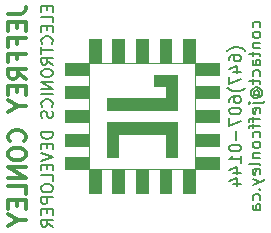
<source format=gbr>
%TF.GenerationSoftware,KiCad,Pcbnew,5.1.10*%
%TF.CreationDate,2021-10-11T19:57:22-04:00*%
%TF.ProjectId,6_key_macro,365f6b65-795f-46d6-9163-726f2e6b6963,rev?*%
%TF.SameCoordinates,Original*%
%TF.FileFunction,Legend,Bot*%
%TF.FilePolarity,Positive*%
%FSLAX46Y46*%
G04 Gerber Fmt 4.6, Leading zero omitted, Abs format (unit mm)*
G04 Created by KiCad (PCBNEW 5.1.10) date 2021-10-11 19:57:22*
%MOMM*%
%LPD*%
G01*
G04 APERTURE LIST*
%ADD10C,0.150000*%
%ADD11C,0.100000*%
%ADD12C,0.120000*%
%ADD13C,0.300000*%
G04 APERTURE END LIST*
D10*
X61428571Y-133190476D02*
X61428571Y-133523809D01*
X61952380Y-133666666D02*
X61952380Y-133190476D01*
X60952380Y-133190476D01*
X60952380Y-133666666D01*
X61952380Y-134571428D02*
X61952380Y-134095238D01*
X60952380Y-134095238D01*
X61428571Y-134904761D02*
X61428571Y-135238095D01*
X61952380Y-135380952D02*
X61952380Y-134904761D01*
X60952380Y-134904761D01*
X60952380Y-135380952D01*
X61857142Y-136380952D02*
X61904761Y-136333333D01*
X61952380Y-136190476D01*
X61952380Y-136095238D01*
X61904761Y-135952380D01*
X61809523Y-135857142D01*
X61714285Y-135809523D01*
X61523809Y-135761904D01*
X61380952Y-135761904D01*
X61190476Y-135809523D01*
X61095238Y-135857142D01*
X61000000Y-135952380D01*
X60952380Y-136095238D01*
X60952380Y-136190476D01*
X61000000Y-136333333D01*
X61047619Y-136380952D01*
X60952380Y-136666666D02*
X60952380Y-137238095D01*
X61952380Y-136952380D02*
X60952380Y-136952380D01*
X61952380Y-138142857D02*
X61476190Y-137809523D01*
X61952380Y-137571428D02*
X60952380Y-137571428D01*
X60952380Y-137952380D01*
X61000000Y-138047619D01*
X61047619Y-138095238D01*
X61142857Y-138142857D01*
X61285714Y-138142857D01*
X61380952Y-138095238D01*
X61428571Y-138047619D01*
X61476190Y-137952380D01*
X61476190Y-137571428D01*
X60952380Y-138761904D02*
X60952380Y-138952380D01*
X61000000Y-139047619D01*
X61095238Y-139142857D01*
X61285714Y-139190476D01*
X61619047Y-139190476D01*
X61809523Y-139142857D01*
X61904761Y-139047619D01*
X61952380Y-138952380D01*
X61952380Y-138761904D01*
X61904761Y-138666666D01*
X61809523Y-138571428D01*
X61619047Y-138523809D01*
X61285714Y-138523809D01*
X61095238Y-138571428D01*
X61000000Y-138666666D01*
X60952380Y-138761904D01*
X61952380Y-139619047D02*
X60952380Y-139619047D01*
X61952380Y-140190476D01*
X60952380Y-140190476D01*
X61952380Y-140666666D02*
X60952380Y-140666666D01*
X61857142Y-141714285D02*
X61904761Y-141666666D01*
X61952380Y-141523809D01*
X61952380Y-141428571D01*
X61904761Y-141285714D01*
X61809523Y-141190476D01*
X61714285Y-141142857D01*
X61523809Y-141095238D01*
X61380952Y-141095238D01*
X61190476Y-141142857D01*
X61095238Y-141190476D01*
X61000000Y-141285714D01*
X60952380Y-141428571D01*
X60952380Y-141523809D01*
X61000000Y-141666666D01*
X61047619Y-141714285D01*
X61904761Y-142095238D02*
X61952380Y-142238095D01*
X61952380Y-142476190D01*
X61904761Y-142571428D01*
X61857142Y-142619047D01*
X61761904Y-142666666D01*
X61666666Y-142666666D01*
X61571428Y-142619047D01*
X61523809Y-142571428D01*
X61476190Y-142476190D01*
X61428571Y-142285714D01*
X61380952Y-142190476D01*
X61333333Y-142142857D01*
X61238095Y-142095238D01*
X61142857Y-142095238D01*
X61047619Y-142142857D01*
X61000000Y-142190476D01*
X60952380Y-142285714D01*
X60952380Y-142523809D01*
X61000000Y-142666666D01*
X61952380Y-143857142D02*
X60952380Y-143857142D01*
X60952380Y-144095238D01*
X61000000Y-144238095D01*
X61095238Y-144333333D01*
X61190476Y-144380952D01*
X61380952Y-144428571D01*
X61523809Y-144428571D01*
X61714285Y-144380952D01*
X61809523Y-144333333D01*
X61904761Y-144238095D01*
X61952380Y-144095238D01*
X61952380Y-143857142D01*
X61428571Y-144857142D02*
X61428571Y-145190476D01*
X61952380Y-145333333D02*
X61952380Y-144857142D01*
X60952380Y-144857142D01*
X60952380Y-145333333D01*
X60952380Y-145619047D02*
X61952380Y-145952380D01*
X60952380Y-146285714D01*
X61428571Y-146619047D02*
X61428571Y-146952380D01*
X61952380Y-147095238D02*
X61952380Y-146619047D01*
X60952380Y-146619047D01*
X60952380Y-147095238D01*
X61952380Y-148000000D02*
X61952380Y-147523809D01*
X60952380Y-147523809D01*
X60952380Y-148523809D02*
X60952380Y-148714285D01*
X61000000Y-148809523D01*
X61095238Y-148904761D01*
X61285714Y-148952380D01*
X61619047Y-148952380D01*
X61809523Y-148904761D01*
X61904761Y-148809523D01*
X61952380Y-148714285D01*
X61952380Y-148523809D01*
X61904761Y-148428571D01*
X61809523Y-148333333D01*
X61619047Y-148285714D01*
X61285714Y-148285714D01*
X61095238Y-148333333D01*
X61000000Y-148428571D01*
X60952380Y-148523809D01*
X61952380Y-149380952D02*
X60952380Y-149380952D01*
X60952380Y-149761904D01*
X61000000Y-149857142D01*
X61047619Y-149904761D01*
X61142857Y-149952380D01*
X61285714Y-149952380D01*
X61380952Y-149904761D01*
X61428571Y-149857142D01*
X61476190Y-149761904D01*
X61476190Y-149380952D01*
X61428571Y-150380952D02*
X61428571Y-150714285D01*
X61952380Y-150857142D02*
X61952380Y-150380952D01*
X60952380Y-150380952D01*
X60952380Y-150857142D01*
X61952380Y-151857142D02*
X61476190Y-151523809D01*
X61952380Y-151285714D02*
X60952380Y-151285714D01*
X60952380Y-151666666D01*
X61000000Y-151761904D01*
X61047619Y-151809523D01*
X61142857Y-151857142D01*
X61285714Y-151857142D01*
X61380952Y-151809523D01*
X61428571Y-151761904D01*
X61476190Y-151666666D01*
X61476190Y-151285714D01*
X78258333Y-136976190D02*
X78210714Y-136928571D01*
X78067857Y-136833333D01*
X77972619Y-136785714D01*
X77829761Y-136738095D01*
X77591666Y-136690476D01*
X77401190Y-136690476D01*
X77163095Y-136738095D01*
X77020238Y-136785714D01*
X76925000Y-136833333D01*
X76782142Y-136928571D01*
X76734523Y-136976190D01*
X76877380Y-137785714D02*
X76877380Y-137595238D01*
X76925000Y-137500000D01*
X76972619Y-137452380D01*
X77115476Y-137357142D01*
X77305952Y-137309523D01*
X77686904Y-137309523D01*
X77782142Y-137357142D01*
X77829761Y-137404761D01*
X77877380Y-137500000D01*
X77877380Y-137690476D01*
X77829761Y-137785714D01*
X77782142Y-137833333D01*
X77686904Y-137880952D01*
X77448809Y-137880952D01*
X77353571Y-137833333D01*
X77305952Y-137785714D01*
X77258333Y-137690476D01*
X77258333Y-137500000D01*
X77305952Y-137404761D01*
X77353571Y-137357142D01*
X77448809Y-137309523D01*
X77210714Y-138738095D02*
X77877380Y-138738095D01*
X76829761Y-138500000D02*
X77544047Y-138261904D01*
X77544047Y-138880952D01*
X76877380Y-139166666D02*
X76877380Y-139833333D01*
X77877380Y-139404761D01*
X78258333Y-140119047D02*
X78210714Y-140166666D01*
X78067857Y-140261904D01*
X77972619Y-140309523D01*
X77829761Y-140357142D01*
X77591666Y-140404761D01*
X77401190Y-140404761D01*
X77163095Y-140357142D01*
X77020238Y-140309523D01*
X76925000Y-140261904D01*
X76782142Y-140166666D01*
X76734523Y-140119047D01*
X76877380Y-141309523D02*
X76877380Y-141119047D01*
X76925000Y-141023809D01*
X76972619Y-140976190D01*
X77115476Y-140880952D01*
X77305952Y-140833333D01*
X77686904Y-140833333D01*
X77782142Y-140880952D01*
X77829761Y-140928571D01*
X77877380Y-141023809D01*
X77877380Y-141214285D01*
X77829761Y-141309523D01*
X77782142Y-141357142D01*
X77686904Y-141404761D01*
X77448809Y-141404761D01*
X77353571Y-141357142D01*
X77305952Y-141309523D01*
X77258333Y-141214285D01*
X77258333Y-141023809D01*
X77305952Y-140928571D01*
X77353571Y-140880952D01*
X77448809Y-140833333D01*
X76877380Y-142023809D02*
X76877380Y-142119047D01*
X76925000Y-142214285D01*
X76972619Y-142261904D01*
X77067857Y-142309523D01*
X77258333Y-142357142D01*
X77496428Y-142357142D01*
X77686904Y-142309523D01*
X77782142Y-142261904D01*
X77829761Y-142214285D01*
X77877380Y-142119047D01*
X77877380Y-142023809D01*
X77829761Y-141928571D01*
X77782142Y-141880952D01*
X77686904Y-141833333D01*
X77496428Y-141785714D01*
X77258333Y-141785714D01*
X77067857Y-141833333D01*
X76972619Y-141880952D01*
X76925000Y-141928571D01*
X76877380Y-142023809D01*
X76877380Y-142690476D02*
X76877380Y-143357142D01*
X77877380Y-142928571D01*
X77496428Y-143738095D02*
X77496428Y-144500000D01*
X76877380Y-145166666D02*
X76877380Y-145261904D01*
X76925000Y-145357142D01*
X76972619Y-145404761D01*
X77067857Y-145452380D01*
X77258333Y-145500000D01*
X77496428Y-145500000D01*
X77686904Y-145452380D01*
X77782142Y-145404761D01*
X77829761Y-145357142D01*
X77877380Y-145261904D01*
X77877380Y-145166666D01*
X77829761Y-145071428D01*
X77782142Y-145023809D01*
X77686904Y-144976190D01*
X77496428Y-144928571D01*
X77258333Y-144928571D01*
X77067857Y-144976190D01*
X76972619Y-145023809D01*
X76925000Y-145071428D01*
X76877380Y-145166666D01*
X77877380Y-146452380D02*
X77877380Y-145880952D01*
X77877380Y-146166666D02*
X76877380Y-146166666D01*
X77020238Y-146071428D01*
X77115476Y-145976190D01*
X77163095Y-145880952D01*
X77210714Y-147309523D02*
X77877380Y-147309523D01*
X76829761Y-147071428D02*
X77544047Y-146833333D01*
X77544047Y-147452380D01*
X77210714Y-148261904D02*
X77877380Y-148261904D01*
X76829761Y-148023809D02*
X77544047Y-147785714D01*
X77544047Y-148404761D01*
X79479761Y-134976190D02*
X79527380Y-134880952D01*
X79527380Y-134690476D01*
X79479761Y-134595238D01*
X79432142Y-134547619D01*
X79336904Y-134500000D01*
X79051190Y-134500000D01*
X78955952Y-134547619D01*
X78908333Y-134595238D01*
X78860714Y-134690476D01*
X78860714Y-134880952D01*
X78908333Y-134976190D01*
X79527380Y-135547619D02*
X79479761Y-135452380D01*
X79432142Y-135404761D01*
X79336904Y-135357142D01*
X79051190Y-135357142D01*
X78955952Y-135404761D01*
X78908333Y-135452380D01*
X78860714Y-135547619D01*
X78860714Y-135690476D01*
X78908333Y-135785714D01*
X78955952Y-135833333D01*
X79051190Y-135880952D01*
X79336904Y-135880952D01*
X79432142Y-135833333D01*
X79479761Y-135785714D01*
X79527380Y-135690476D01*
X79527380Y-135547619D01*
X78860714Y-136309523D02*
X79527380Y-136309523D01*
X78955952Y-136309523D02*
X78908333Y-136357142D01*
X78860714Y-136452380D01*
X78860714Y-136595238D01*
X78908333Y-136690476D01*
X79003571Y-136738095D01*
X79527380Y-136738095D01*
X78860714Y-137071428D02*
X78860714Y-137452380D01*
X78527380Y-137214285D02*
X79384523Y-137214285D01*
X79479761Y-137261904D01*
X79527380Y-137357142D01*
X79527380Y-137452380D01*
X79527380Y-138214285D02*
X79003571Y-138214285D01*
X78908333Y-138166666D01*
X78860714Y-138071428D01*
X78860714Y-137880952D01*
X78908333Y-137785714D01*
X79479761Y-138214285D02*
X79527380Y-138119047D01*
X79527380Y-137880952D01*
X79479761Y-137785714D01*
X79384523Y-137738095D01*
X79289285Y-137738095D01*
X79194047Y-137785714D01*
X79146428Y-137880952D01*
X79146428Y-138119047D01*
X79098809Y-138214285D01*
X79479761Y-139119047D02*
X79527380Y-139023809D01*
X79527380Y-138833333D01*
X79479761Y-138738095D01*
X79432142Y-138690476D01*
X79336904Y-138642857D01*
X79051190Y-138642857D01*
X78955952Y-138690476D01*
X78908333Y-138738095D01*
X78860714Y-138833333D01*
X78860714Y-139023809D01*
X78908333Y-139119047D01*
X78860714Y-139404761D02*
X78860714Y-139785714D01*
X78527380Y-139547619D02*
X79384523Y-139547619D01*
X79479761Y-139595238D01*
X79527380Y-139690476D01*
X79527380Y-139785714D01*
X79051190Y-140738095D02*
X79003571Y-140690476D01*
X78955952Y-140595238D01*
X78955952Y-140500000D01*
X79003571Y-140404761D01*
X79051190Y-140357142D01*
X79146428Y-140309523D01*
X79241666Y-140309523D01*
X79336904Y-140357142D01*
X79384523Y-140404761D01*
X79432142Y-140500000D01*
X79432142Y-140595238D01*
X79384523Y-140690476D01*
X79336904Y-140738095D01*
X78955952Y-140738095D02*
X79336904Y-140738095D01*
X79384523Y-140785714D01*
X79384523Y-140833333D01*
X79336904Y-140928571D01*
X79241666Y-140976190D01*
X79003571Y-140976190D01*
X78860714Y-140880952D01*
X78765476Y-140738095D01*
X78717857Y-140547619D01*
X78765476Y-140357142D01*
X78860714Y-140214285D01*
X79003571Y-140119047D01*
X79194047Y-140071428D01*
X79384523Y-140119047D01*
X79527380Y-140214285D01*
X79622619Y-140357142D01*
X79670238Y-140547619D01*
X79622619Y-140738095D01*
X79527380Y-140880952D01*
X78860714Y-141404761D02*
X79717857Y-141404761D01*
X79813095Y-141357142D01*
X79860714Y-141261904D01*
X79860714Y-141214285D01*
X78527380Y-141404761D02*
X78575000Y-141357142D01*
X78622619Y-141404761D01*
X78575000Y-141452380D01*
X78527380Y-141404761D01*
X78622619Y-141404761D01*
X79479761Y-142261904D02*
X79527380Y-142166666D01*
X79527380Y-141976190D01*
X79479761Y-141880952D01*
X79384523Y-141833333D01*
X79003571Y-141833333D01*
X78908333Y-141880952D01*
X78860714Y-141976190D01*
X78860714Y-142166666D01*
X78908333Y-142261904D01*
X79003571Y-142309523D01*
X79098809Y-142309523D01*
X79194047Y-141833333D01*
X78860714Y-142595238D02*
X78860714Y-142976190D01*
X79527380Y-142738095D02*
X78670238Y-142738095D01*
X78575000Y-142785714D01*
X78527380Y-142880952D01*
X78527380Y-142976190D01*
X78860714Y-143166666D02*
X78860714Y-143547619D01*
X79527380Y-143309523D02*
X78670238Y-143309523D01*
X78575000Y-143357142D01*
X78527380Y-143452380D01*
X78527380Y-143547619D01*
X79479761Y-144309523D02*
X79527380Y-144214285D01*
X79527380Y-144023809D01*
X79479761Y-143928571D01*
X79432142Y-143880952D01*
X79336904Y-143833333D01*
X79051190Y-143833333D01*
X78955952Y-143880952D01*
X78908333Y-143928571D01*
X78860714Y-144023809D01*
X78860714Y-144214285D01*
X78908333Y-144309523D01*
X79527380Y-144880952D02*
X79479761Y-144785714D01*
X79432142Y-144738095D01*
X79336904Y-144690476D01*
X79051190Y-144690476D01*
X78955952Y-144738095D01*
X78908333Y-144785714D01*
X78860714Y-144880952D01*
X78860714Y-145023809D01*
X78908333Y-145119047D01*
X78955952Y-145166666D01*
X79051190Y-145214285D01*
X79336904Y-145214285D01*
X79432142Y-145166666D01*
X79479761Y-145119047D01*
X79527380Y-145023809D01*
X79527380Y-144880952D01*
X78860714Y-145642857D02*
X79527380Y-145642857D01*
X78955952Y-145642857D02*
X78908333Y-145690476D01*
X78860714Y-145785714D01*
X78860714Y-145928571D01*
X78908333Y-146023809D01*
X79003571Y-146071428D01*
X79527380Y-146071428D01*
X79527380Y-146690476D02*
X79479761Y-146595238D01*
X79384523Y-146547619D01*
X78527380Y-146547619D01*
X79479761Y-147452380D02*
X79527380Y-147357142D01*
X79527380Y-147166666D01*
X79479761Y-147071428D01*
X79384523Y-147023809D01*
X79003571Y-147023809D01*
X78908333Y-147071428D01*
X78860714Y-147166666D01*
X78860714Y-147357142D01*
X78908333Y-147452380D01*
X79003571Y-147500000D01*
X79098809Y-147500000D01*
X79194047Y-147023809D01*
X78860714Y-147833333D02*
X79527380Y-148071428D01*
X78860714Y-148309523D02*
X79527380Y-148071428D01*
X79765476Y-147976190D01*
X79813095Y-147928571D01*
X79860714Y-147833333D01*
X79432142Y-148690476D02*
X79479761Y-148738095D01*
X79527380Y-148690476D01*
X79479761Y-148642857D01*
X79432142Y-148690476D01*
X79527380Y-148690476D01*
X79479761Y-149595238D02*
X79527380Y-149500000D01*
X79527380Y-149309523D01*
X79479761Y-149214285D01*
X79432142Y-149166666D01*
X79336904Y-149119047D01*
X79051190Y-149119047D01*
X78955952Y-149166666D01*
X78908333Y-149214285D01*
X78860714Y-149309523D01*
X78860714Y-149500000D01*
X78908333Y-149595238D01*
X79527380Y-150452380D02*
X79003571Y-150452380D01*
X78908333Y-150404761D01*
X78860714Y-150309523D01*
X78860714Y-150119047D01*
X78908333Y-150023809D01*
X79479761Y-150452380D02*
X79527380Y-150357142D01*
X79527380Y-150119047D01*
X79479761Y-150023809D01*
X79384523Y-149976190D01*
X79289285Y-149976190D01*
X79194047Y-150023809D01*
X79146428Y-150119047D01*
X79146428Y-150357142D01*
X79098809Y-150452380D01*
D11*
G36*
X72500000Y-146000000D02*
G01*
X71500000Y-146000000D01*
X71500000Y-144000000D01*
X67500000Y-144000000D01*
X67500000Y-146000000D01*
X66500000Y-146000000D01*
X66500000Y-143000000D01*
X72500000Y-143000000D01*
X72500000Y-146000000D01*
G37*
X72500000Y-146000000D02*
X71500000Y-146000000D01*
X71500000Y-144000000D01*
X67500000Y-144000000D01*
X67500000Y-146000000D01*
X66500000Y-146000000D01*
X66500000Y-143000000D01*
X72500000Y-143000000D01*
X72500000Y-146000000D01*
G36*
X72500000Y-142000000D02*
G01*
X66500000Y-142000000D01*
X66500000Y-141000000D01*
X71500000Y-141000000D01*
X71500000Y-140000000D01*
X70500000Y-140000000D01*
X70500000Y-139000000D01*
X72500000Y-139000000D01*
X72500000Y-142000000D01*
G37*
X72500000Y-142000000D02*
X66500000Y-142000000D01*
X66500000Y-141000000D01*
X71500000Y-141000000D01*
X71500000Y-140000000D01*
X70500000Y-140000000D01*
X70500000Y-139000000D01*
X72500000Y-139000000D01*
X72500000Y-142000000D01*
D12*
X65000000Y-147000000D02*
X65000000Y-138000000D01*
X74000000Y-147000000D02*
X65000000Y-147000000D01*
X74000000Y-138000000D02*
X74000000Y-147000000D01*
X65000000Y-138000000D02*
X74000000Y-138000000D01*
D11*
G36*
X72000000Y-138000000D02*
G01*
X71000000Y-138000000D01*
X71000000Y-136000000D01*
X72000000Y-136000000D01*
X72000000Y-138000000D01*
G37*
X72000000Y-138000000D02*
X71000000Y-138000000D01*
X71000000Y-136000000D01*
X72000000Y-136000000D01*
X72000000Y-138000000D01*
G36*
X70000000Y-138000000D02*
G01*
X69000000Y-138000000D01*
X69000000Y-136000000D01*
X70000000Y-136000000D01*
X70000000Y-138000000D01*
G37*
X70000000Y-138000000D02*
X69000000Y-138000000D01*
X69000000Y-136000000D01*
X70000000Y-136000000D01*
X70000000Y-138000000D01*
G36*
X66000000Y-138000000D02*
G01*
X65000000Y-138000000D01*
X65000000Y-136000000D01*
X66000000Y-136000000D01*
X66000000Y-138000000D01*
G37*
X66000000Y-138000000D02*
X65000000Y-138000000D01*
X65000000Y-136000000D01*
X66000000Y-136000000D01*
X66000000Y-138000000D01*
G36*
X68000000Y-138000000D02*
G01*
X67000000Y-138000000D01*
X67000000Y-136000000D01*
X68000000Y-136000000D01*
X68000000Y-138000000D01*
G37*
X68000000Y-138000000D02*
X67000000Y-138000000D01*
X67000000Y-136000000D01*
X68000000Y-136000000D01*
X68000000Y-138000000D01*
G36*
X74000000Y-138000000D02*
G01*
X73000000Y-138000000D01*
X73000000Y-136000000D01*
X74000000Y-136000000D01*
X74000000Y-138000000D01*
G37*
X74000000Y-138000000D02*
X73000000Y-138000000D01*
X73000000Y-136000000D01*
X74000000Y-136000000D01*
X74000000Y-138000000D01*
G36*
X76000000Y-145000000D02*
G01*
X74000000Y-145000000D01*
X74000000Y-144000000D01*
X76000000Y-144000000D01*
X76000000Y-145000000D01*
G37*
X76000000Y-145000000D02*
X74000000Y-145000000D01*
X74000000Y-144000000D01*
X76000000Y-144000000D01*
X76000000Y-145000000D01*
G36*
X76000000Y-143000000D02*
G01*
X74000000Y-143000000D01*
X74000000Y-142000000D01*
X76000000Y-142000000D01*
X76000000Y-143000000D01*
G37*
X76000000Y-143000000D02*
X74000000Y-143000000D01*
X74000000Y-142000000D01*
X76000000Y-142000000D01*
X76000000Y-143000000D01*
G36*
X76000000Y-139000000D02*
G01*
X74000000Y-139000000D01*
X74000000Y-138000000D01*
X76000000Y-138000000D01*
X76000000Y-139000000D01*
G37*
X76000000Y-139000000D02*
X74000000Y-139000000D01*
X74000000Y-138000000D01*
X76000000Y-138000000D01*
X76000000Y-139000000D01*
G36*
X76000000Y-141000000D02*
G01*
X74000000Y-141000000D01*
X74000000Y-140000000D01*
X76000000Y-140000000D01*
X76000000Y-141000000D01*
G37*
X76000000Y-141000000D02*
X74000000Y-141000000D01*
X74000000Y-140000000D01*
X76000000Y-140000000D01*
X76000000Y-141000000D01*
G36*
X76000000Y-147000000D02*
G01*
X74000000Y-147000000D01*
X74000000Y-146000000D01*
X76000000Y-146000000D01*
X76000000Y-147000000D01*
G37*
X76000000Y-147000000D02*
X74000000Y-147000000D01*
X74000000Y-146000000D01*
X76000000Y-146000000D01*
X76000000Y-147000000D01*
G36*
X68000000Y-149000000D02*
G01*
X67000000Y-149000000D01*
X67000000Y-147000000D01*
X68000000Y-147000000D01*
X68000000Y-149000000D01*
G37*
X68000000Y-149000000D02*
X67000000Y-149000000D01*
X67000000Y-147000000D01*
X68000000Y-147000000D01*
X68000000Y-149000000D01*
G36*
X70000000Y-149000000D02*
G01*
X69000000Y-149000000D01*
X69000000Y-147000000D01*
X70000000Y-147000000D01*
X70000000Y-149000000D01*
G37*
X70000000Y-149000000D02*
X69000000Y-149000000D01*
X69000000Y-147000000D01*
X70000000Y-147000000D01*
X70000000Y-149000000D01*
G36*
X74000000Y-149000000D02*
G01*
X73000000Y-149000000D01*
X73000000Y-147000000D01*
X74000000Y-147000000D01*
X74000000Y-149000000D01*
G37*
X74000000Y-149000000D02*
X73000000Y-149000000D01*
X73000000Y-147000000D01*
X74000000Y-147000000D01*
X74000000Y-149000000D01*
G36*
X72000000Y-149000000D02*
G01*
X71000000Y-149000000D01*
X71000000Y-147000000D01*
X72000000Y-147000000D01*
X72000000Y-149000000D01*
G37*
X72000000Y-149000000D02*
X71000000Y-149000000D01*
X71000000Y-147000000D01*
X72000000Y-147000000D01*
X72000000Y-149000000D01*
G36*
X66000000Y-149000000D02*
G01*
X65000000Y-149000000D01*
X65000000Y-147000000D01*
X66000000Y-147000000D01*
X66000000Y-149000000D01*
G37*
X66000000Y-149000000D02*
X65000000Y-149000000D01*
X65000000Y-147000000D01*
X66000000Y-147000000D01*
X66000000Y-149000000D01*
G36*
X65000000Y-147000000D02*
G01*
X63000000Y-147000000D01*
X63000000Y-146000000D01*
X65000000Y-146000000D01*
X65000000Y-147000000D01*
G37*
X65000000Y-147000000D02*
X63000000Y-147000000D01*
X63000000Y-146000000D01*
X65000000Y-146000000D01*
X65000000Y-147000000D01*
G36*
X65000000Y-145000000D02*
G01*
X63000000Y-145000000D01*
X63000000Y-144000000D01*
X65000000Y-144000000D01*
X65000000Y-145000000D01*
G37*
X65000000Y-145000000D02*
X63000000Y-145000000D01*
X63000000Y-144000000D01*
X65000000Y-144000000D01*
X65000000Y-145000000D01*
G36*
X65000000Y-143000000D02*
G01*
X63000000Y-143000000D01*
X63000000Y-142000000D01*
X65000000Y-142000000D01*
X65000000Y-143000000D01*
G37*
X65000000Y-143000000D02*
X63000000Y-143000000D01*
X63000000Y-142000000D01*
X65000000Y-142000000D01*
X65000000Y-143000000D01*
G36*
X65000000Y-141000000D02*
G01*
X63000000Y-141000000D01*
X63000000Y-140000000D01*
X65000000Y-140000000D01*
X65000000Y-141000000D01*
G37*
X65000000Y-141000000D02*
X63000000Y-141000000D01*
X63000000Y-140000000D01*
X65000000Y-140000000D01*
X65000000Y-141000000D01*
G36*
X65000000Y-139000000D02*
G01*
X63000000Y-139000000D01*
X63000000Y-138000000D01*
X65000000Y-138000000D01*
X65000000Y-139000000D01*
G37*
X65000000Y-139000000D02*
X63000000Y-139000000D01*
X63000000Y-138000000D01*
X65000000Y-138000000D01*
X65000000Y-139000000D01*
D13*
X58178571Y-133857142D02*
X59250000Y-133857142D01*
X59464285Y-133785714D01*
X59607142Y-133642857D01*
X59678571Y-133428571D01*
X59678571Y-133285714D01*
X58892857Y-134571428D02*
X58892857Y-135071428D01*
X59678571Y-135285714D02*
X59678571Y-134571428D01*
X58178571Y-134571428D01*
X58178571Y-135285714D01*
X58892857Y-136428571D02*
X58892857Y-135928571D01*
X59678571Y-135928571D02*
X58178571Y-135928571D01*
X58178571Y-136642857D01*
X58892857Y-137714285D02*
X58892857Y-137214285D01*
X59678571Y-137214285D02*
X58178571Y-137214285D01*
X58178571Y-137928571D01*
X59678571Y-139357142D02*
X58964285Y-138857142D01*
X59678571Y-138500000D02*
X58178571Y-138500000D01*
X58178571Y-139071428D01*
X58250000Y-139214285D01*
X58321428Y-139285714D01*
X58464285Y-139357142D01*
X58678571Y-139357142D01*
X58821428Y-139285714D01*
X58892857Y-139214285D01*
X58964285Y-139071428D01*
X58964285Y-138500000D01*
X58892857Y-140000000D02*
X58892857Y-140500000D01*
X59678571Y-140714285D02*
X59678571Y-140000000D01*
X58178571Y-140000000D01*
X58178571Y-140714285D01*
X58964285Y-141642857D02*
X59678571Y-141642857D01*
X58178571Y-141142857D02*
X58964285Y-141642857D01*
X58178571Y-142142857D01*
X59535714Y-144642857D02*
X59607142Y-144571428D01*
X59678571Y-144357142D01*
X59678571Y-144214285D01*
X59607142Y-144000000D01*
X59464285Y-143857142D01*
X59321428Y-143785714D01*
X59035714Y-143714285D01*
X58821428Y-143714285D01*
X58535714Y-143785714D01*
X58392857Y-143857142D01*
X58250000Y-144000000D01*
X58178571Y-144214285D01*
X58178571Y-144357142D01*
X58250000Y-144571428D01*
X58321428Y-144642857D01*
X58178571Y-145571428D02*
X58178571Y-145857142D01*
X58250000Y-146000000D01*
X58392857Y-146142857D01*
X58678571Y-146214285D01*
X59178571Y-146214285D01*
X59464285Y-146142857D01*
X59607142Y-146000000D01*
X59678571Y-145857142D01*
X59678571Y-145571428D01*
X59607142Y-145428571D01*
X59464285Y-145285714D01*
X59178571Y-145214285D01*
X58678571Y-145214285D01*
X58392857Y-145285714D01*
X58250000Y-145428571D01*
X58178571Y-145571428D01*
X59678571Y-146857142D02*
X58178571Y-146857142D01*
X59678571Y-147714285D01*
X58178571Y-147714285D01*
X59678571Y-149142857D02*
X59678571Y-148428571D01*
X58178571Y-148428571D01*
X58892857Y-149642857D02*
X58892857Y-150142857D01*
X59678571Y-150357142D02*
X59678571Y-149642857D01*
X58178571Y-149642857D01*
X58178571Y-150357142D01*
X58964285Y-151285714D02*
X59678571Y-151285714D01*
X58178571Y-150785714D02*
X58964285Y-151285714D01*
X58178571Y-151785714D01*
M02*

</source>
